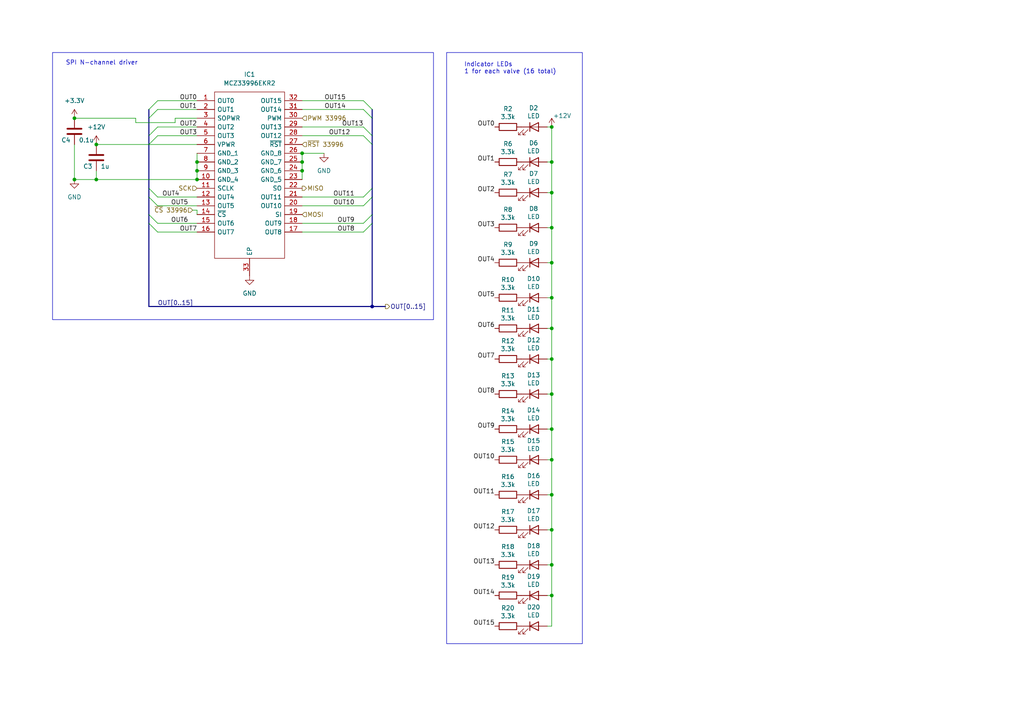
<source format=kicad_sch>
(kicad_sch (version 20230121) (generator eeschema)
  (paper "A4")
  (lib_symbols
    (symbol "Device:C" (pin_numbers hide) (pin_names (offset 0.254))
      (property "Reference" "C" (at 0.635 2.54 0))
      (property "Value" "C" (at 0.635 -2.54 0))
      (symbol "C_0_1"
        (polyline (pts (xy -2.032 -0.762) (xy 2.032 -0.762)) (stroke (width 0.508)))
        (polyline (pts (xy -2.032 0.762) (xy 2.032 0.762)) (stroke (width 0.508)))
      )
      (symbol "C_1_1"
        (pin passive line (at 0 3.81 270) (length 2.794) (name "~") (number "1"))
        (pin passive line (at 0 -3.81 90) (length 2.794) (name "~") (number "2"))
      )
    )
    (symbol "Device:LED" (pin_numbers hide) (pin_names (offset 1.016) hide)
      (property "Reference" "D" (at 0 2.54 0))
      (property "Value" "LED" (at 0 -2.54 0))
      (symbol "LED_0_1"
        (polyline (pts (xy -1.27 -1.27) (xy -1.27 1.27)) (stroke (width 0.254)))
        (polyline (pts (xy -1.27 0) (xy 1.27 0)))
        (polyline (pts (xy 1.27 -1.27) (xy 1.27 1.27) (xy -1.27 0) (xy 1.27 -1.27)) (stroke (width 0.254)))
        (polyline (pts (xy -3.048 -0.762) (xy -4.572 -2.286) (xy -3.81 -2.286) (xy -4.572 -2.286) (xy -4.572 -1.524)))
        (polyline (pts (xy -1.778 -0.762) (xy -3.302 -2.286) (xy -2.54 -2.286) (xy -3.302 -2.286) (xy -3.302 -1.524)))
      )
      (symbol "LED_1_1"
        (pin passive line (at -3.81 0 0) (length 2.54) (name "K") (number "1"))
        (pin passive line (at 3.81 0 180) (length 2.54) (name "A") (number "2"))
      )
    )
    (symbol "Device:R" (pin_numbers hide) (pin_names (offset 0))
      (property "Reference" "R" (at 2.032 0 90))
      (property "Value" "R" (at 0 0 90))
      (symbol "R_0_1"
        (rectangle (start -1.016 -2.54) (end 1.016 2.54) (stroke (width 0.254)))
      )
      (symbol "R_1_1"
        (pin passive line (at 0 3.81 270) (length 1.27) (name "~") (number "1"))
        (pin passive line (at 0 -3.81 90) (length 1.27) (name "~") (number "2"))
      )
    )
    (symbol "MCZ33996EKR2:MCZ33996EKR2" (pin_names (offset 0.762))
      (property "Reference" "IC" (at 26.67 7.62 0))
      (property "Value" "MCZ33996EKR2" (at 26.67 5.08 0))
      (symbol "MCZ33996EKR2_0_0"
        (pin passive line (at 0 0 0) (length 5.08) (name "OUT0") (number "1"))
        (pin passive line (at 0 -22.86 0) (length 5.08) (name "GND_4") (number "10"))
        (pin passive line (at 0 -25.4 0) (length 5.08) (name "SCLK") (number "11"))
        (pin passive line (at 0 -27.94 0) (length 5.08) (name "OUT4") (number "12"))
        (pin passive line (at 0 -30.48 0) (length 5.08) (name "OUT5") (number "13"))
        (pin passive line (at 0 -33.02 0) (length 5.08) (name "~{CS}") (number "14"))
        (pin passive line (at 0 -35.56 0) (length 5.08) (name "OUT6") (number "15"))
        (pin passive line (at 0 -38.1 0) (length 5.08) (name "OUT7") (number "16"))
        (pin passive line (at 30.48 -38.1 180) (length 5.08) (name "OUT8") (number "17"))
        (pin passive line (at 30.48 -35.56 180) (length 5.08) (name "OUT9") (number "18"))
        (pin passive line (at 30.48 -33.02 180) (length 5.08) (name "SI") (number "19"))
        (pin passive line (at 0 -2.54 0) (length 5.08) (name "OUT1") (number "2"))
        (pin passive line (at 30.48 -30.48 180) (length 5.08) (name "OUT10") (number "20"))
        (pin passive line (at 30.48 -27.94 180) (length 5.08) (name "OUT11") (number "21"))
        (pin passive line (at 30.48 -25.4 180) (length 5.08) (name "SO") (number "22"))
        (pin passive line (at 30.48 -22.86 180) (length 5.08) (name "GND_5") (number "23"))
        (pin passive line (at 30.48 -20.32 180) (length 5.08) (name "GND_6") (number "24"))
        (pin passive line (at 30.48 -17.78 180) (length 5.08) (name "GND_7") (number "25"))
        (pin passive line (at 30.48 -15.24 180) (length 5.08) (name "GND_8") (number "26"))
        (pin passive line (at 30.48 -12.7 180) (length 5.08) (name "~{RST}") (number "27"))
        (pin passive line (at 30.48 -10.16 180) (length 5.08) (name "OUT12") (number "28"))
        (pin passive line (at 30.48 -7.62 180) (length 5.08) (name "OUT13") (number "29"))
        (pin passive line (at 0 -5.08 0) (length 5.08) (name "SOPWR") (number "3"))
        (pin passive line (at 30.48 -5.08 180) (length 5.08) (name "PWM") (number "30"))
        (pin passive line (at 30.48 -2.54 180) (length 5.08) (name "OUT14") (number "31"))
        (pin passive line (at 30.48 0 180) (length 5.08) (name "OUT15") (number "32"))
        (pin passive line (at 15.24 -50.8 90) (length 5.08) (name "EP") (number "33"))
        (pin passive line (at 0 -7.62 0) (length 5.08) (name "OUT2") (number "4"))
        (pin passive line (at 0 -10.16 0) (length 5.08) (name "OUT3") (number "5"))
        (pin passive line (at 0 -12.7 0) (length 5.08) (name "VPWR") (number "6"))
        (pin passive line (at 0 -15.24 0) (length 5.08) (name "GND_1") (number "7"))
        (pin passive line (at 0 -17.78 0) (length 5.08) (name "GND_2") (number "8"))
        (pin passive line (at 0 -20.32 0) (length 5.08) (name "GND_3") (number "9"))
      )
      (symbol "MCZ33996EKR2_0_1"
        (polyline (pts (xy 5.08 2.54) (xy 25.4 2.54) (xy 25.4 -45.72) (xy 5.08 -45.72) (xy 5.08 2.54)) (stroke (width 0.1524)))
      )
    )
    (symbol "power:+12V" (power) (pin_names (offset 0))
      (property "Value" "+12V" (at 0 3.556 0))
      (symbol "+12V_0_1"
        (polyline (pts (xy -0.762 1.27) (xy 0 2.54)))
        (polyline (pts (xy 0 0) (xy 0 2.54)))
        (polyline (pts (xy 0 2.54) (xy 0.762 1.27)))
      )
      (symbol "+12V_1_1"
        (pin power_in line (at 0 0 90) (length 0) hide (name "+12V") (number "1"))
      )
    )
    (symbol "power:+3.3V" (power) (pin_names (offset 0))
      (property "Value" "+3.3V" (at 0 3.556 0))
      (symbol "+3.3V_0_1"
        (polyline (pts (xy -0.762 1.27) (xy 0 2.54)))
        (polyline (pts (xy 0 0) (xy 0 2.54)))
        (polyline (pts (xy 0 2.54) (xy 0.762 1.27)))
      )
      (symbol "+3.3V_1_1"
        (pin power_in line (at 0 0 90) (length 0) hide (name "+3.3V") (number "1"))
      )
    )
    (symbol "power:GND" (power) (pin_names (offset 0))
      (property "Value" "GND" (at 0 -3.81 0))
      (symbol "GND_0_1"
        (polyline (pts (xy 0 0) (xy 0 -1.27) (xy 1.27 -1.27) (xy 0 -2.54) (xy -1.27 -1.27) (xy 0 -1.27)))
      )
      (symbol "GND_1_1"
        (pin power_in line (at 0 0 270) (length 0) hide (name "GND") (number "1"))
      )
    )
  )
  (junction (at 160.02 36.83))
  (junction (at 160.02 114.3))
  (junction (at 21.59 34.29))
  (junction (at 57.15 49.53))
  (junction (at 21.59 52.07))
  (junction (at 87.63 44.45))
  (junction (at 160.02 66.04))
  (junction (at 57.15 52.07))
  (junction (at 160.02 124.46))
  (junction (at 87.63 46.99))
  (junction (at 160.02 104.14))
  (junction (at 160.02 172.72))
  (junction (at 160.02 133.35))
  (junction (at 160.02 95.25))
  (junction (at 160.02 143.51))
  (junction (at 27.94 41.91))
  (junction (at 27.94 52.07))
  (junction (at 57.15 46.99))
  (junction (at 160.02 46.99))
  (junction (at 160.02 163.83))
  (junction (at 160.02 86.36))
  (junction (at 160.02 153.67))
  (junction (at 87.63 49.53))
  (junction (at 160.02 76.2))
  (junction (at 160.02 55.88))
  (junction (at 107.95 88.9))
  (bus_entry (at 43.18 41.91) (size 2.54 -2.54))
  (bus_entry (at 107.95 64.77) (size -2.54 2.54))
  (bus_entry (at 107.95 57.15) (size -2.54 2.54))
  (bus_entry (at 43.18 54.61) (size 2.54 2.54))
  (bus_entry (at 107.95 62.23) (size -2.54 2.54))
  (bus_entry (at 43.18 34.29) (size 2.54 -2.54))
  (bus_entry (at 43.18 39.37) (size 2.54 -2.54))
  (bus_entry (at 107.95 54.61) (size -2.54 2.54))
  (bus_entry (at 107.95 34.29) (size -2.54 -2.54))
  (bus_entry (at 107.95 39.37) (size -2.54 -2.54))
  (bus_entry (at 107.95 31.75) (size -2.54 -2.54))
  (bus_entry (at 43.18 64.77) (size 2.54 2.54))
  (bus_entry (at 43.18 31.75) (size 2.54 -2.54))
  (bus_entry (at 107.95 41.91) (size -2.54 -2.54))
  (bus_entry (at 43.18 57.15) (size 2.54 2.54))
  (bus_entry (at 43.18 62.23) (size 2.54 2.54))
  (wire (pts (xy 160.02 55.88) (xy 160.02 66.04)))
  (bus (pts (xy 107.95 34.29) (xy 107.95 39.37)))
  (wire (pts (xy 160.02 163.83) (xy 158.75 163.83)))
  (bus (pts (xy 107.95 88.9) (xy 107.95 64.77)))
  (bus (pts (xy 107.95 62.23) (xy 107.95 64.77)))
  (wire (pts (xy 160.02 172.72) (xy 158.75 172.72)))
  (wire (pts (xy 160.02 133.35) (xy 160.02 143.51)))
  (wire (pts (xy 21.59 52.07) (xy 27.94 52.07)))
  (wire (pts (xy 27.94 52.07) (xy 57.15 52.07)))
  (wire (pts (xy 87.63 64.77) (xy 105.41 64.77)))
  (wire (pts (xy 87.63 36.83) (xy 105.41 36.83)))
  (wire (pts (xy 160.02 95.25) (xy 160.02 104.14)))
  (wire (pts (xy 160.02 153.67) (xy 160.02 163.83)))
  (wire (pts (xy 57.15 60.96) (xy 57.15 62.23)))
  (bus (pts (xy 43.18 54.61) (xy 43.18 57.15)))
  (wire (pts (xy 45.72 67.31) (xy 57.15 67.31)))
  (wire (pts (xy 39.37 35.56) (xy 50.8 35.56)))
  (wire (pts (xy 87.63 44.45) (xy 87.63 46.99)))
  (wire (pts (xy 160.02 181.61) (xy 158.75 181.61)))
  (wire (pts (xy 160.02 143.51) (xy 158.75 143.51)))
  (wire (pts (xy 27.94 49.53) (xy 27.94 52.07)))
  (wire (pts (xy 39.37 34.29) (xy 21.59 34.29)))
  (wire (pts (xy 39.37 35.56) (xy 39.37 34.29)))
  (bus (pts (xy 43.18 62.23) (xy 43.18 64.77)))
  (wire (pts (xy 45.72 29.21) (xy 57.15 29.21)))
  (bus (pts (xy 43.18 31.75) (xy 43.18 34.29)))
  (wire (pts (xy 87.63 44.45) (xy 93.98 44.45)))
  (wire (pts (xy 57.15 52.07) (xy 57.15 49.53)))
  (wire (pts (xy 160.02 143.51) (xy 160.02 153.67)))
  (wire (pts (xy 160.02 36.83) (xy 160.02 46.99)))
  (bus (pts (xy 43.18 64.77) (xy 43.18 88.9)))
  (wire (pts (xy 160.02 55.88) (xy 158.75 55.88)))
  (wire (pts (xy 45.72 31.75) (xy 57.15 31.75)))
  (wire (pts (xy 160.02 46.99) (xy 160.02 55.88)))
  (wire (pts (xy 87.63 57.15) (xy 105.41 57.15)))
  (wire (pts (xy 160.02 104.14) (xy 158.75 104.14)))
  (wire (pts (xy 160.02 36.83) (xy 158.75 36.83)))
  (wire (pts (xy 160.02 66.04) (xy 158.75 66.04)))
  (wire (pts (xy 57.15 49.53) (xy 57.15 46.99)))
  (wire (pts (xy 160.02 163.83) (xy 160.02 172.72)))
  (bus (pts (xy 107.95 41.91) (xy 107.95 54.61)))
  (wire (pts (xy 160.02 104.14) (xy 160.02 114.3)))
  (bus (pts (xy 107.95 57.15) (xy 107.95 62.23)))
  (wire (pts (xy 57.15 60.96) (xy 55.88 60.96)))
  (wire (pts (xy 160.02 66.04) (xy 160.02 76.2)))
  (wire (pts (xy 87.63 49.53) (xy 87.63 52.07)))
  (bus (pts (xy 107.95 39.37) (xy 107.95 41.91)))
  (wire (pts (xy 45.72 39.37) (xy 57.15 39.37)))
  (bus (pts (xy 107.95 54.61) (xy 107.95 57.15)))
  (wire (pts (xy 43.18 41.91) (xy 57.15 41.91)))
  (bus (pts (xy 43.18 41.91) (xy 43.18 54.61)))
  (wire (pts (xy 21.59 41.91) (xy 21.59 52.07)))
  (wire (pts (xy 50.8 35.56) (xy 50.8 34.29)))
  (wire (pts (xy 45.72 64.77) (xy 57.15 64.77)))
  (wire (pts (xy 160.02 172.72) (xy 160.02 181.61)))
  (wire (pts (xy 87.63 59.69) (xy 105.41 59.69)))
  (wire (pts (xy 57.15 46.99) (xy 57.15 44.45)))
  (wire (pts (xy 87.63 29.21) (xy 105.41 29.21)))
  (wire (pts (xy 50.8 34.29) (xy 57.15 34.29)))
  (wire (pts (xy 160.02 76.2) (xy 160.02 86.36)))
  (wire (pts (xy 87.63 31.75) (xy 105.41 31.75)))
  (wire (pts (xy 160.02 46.99) (xy 158.75 46.99)))
  (wire (pts (xy 160.02 133.35) (xy 158.75 133.35)))
  (wire (pts (xy 87.63 46.99) (xy 87.63 49.53)))
  (wire (pts (xy 45.72 59.69) (xy 57.15 59.69)))
  (wire (pts (xy 160.02 153.67) (xy 158.75 153.67)))
  (bus (pts (xy 107.95 31.75) (xy 107.95 34.29)))
  (wire (pts (xy 160.02 114.3) (xy 160.02 124.46)))
  (wire (pts (xy 160.02 114.3) (xy 158.75 114.3)))
  (wire (pts (xy 160.02 95.25) (xy 158.75 95.25)))
  (wire (pts (xy 45.72 57.15) (xy 57.15 57.15)))
  (bus (pts (xy 43.18 34.29) (xy 43.18 39.37)))
  (wire (pts (xy 27.94 41.91) (xy 43.18 41.91)))
  (wire (pts (xy 160.02 86.36) (xy 160.02 95.25)))
  (wire (pts (xy 45.72 36.83) (xy 57.15 36.83)))
  (wire (pts (xy 160.02 86.36) (xy 158.75 86.36)))
  (wire (pts (xy 160.02 124.46) (xy 158.75 124.46)))
  (bus (pts (xy 43.18 57.15) (xy 43.18 62.23)))
  (bus (pts (xy 43.18 39.37) (xy 43.18 41.91)))
  (wire (pts (xy 87.63 39.37) (xy 105.41 39.37)))
  (bus (pts (xy 111.76 88.9) (xy 107.95 88.9)))
  (bus (pts (xy 43.18 88.9) (xy 107.95 88.9)))
  (wire (pts (xy 87.63 67.31) (xy 105.41 67.31)))
  (wire (pts (xy 160.02 124.46) (xy 160.02 133.35)))
  (wire (pts (xy 160.02 76.2) (xy 158.75 76.2)))
  (rectangle (start 15.24 15.24) (end 125.73 92.71))
  (rectangle (start 129.54 15.24) (end 168.91 186.69))
  (text "SPI N-channel driver" (at 19.05 19.05 0) (effects (font (size 1.27 1.27)) (justify left bottom)))
  (text "Indicator LEDs\n1 for each valve (16 total)" (at 134.62 21.59 0) (effects (font (size 1.27 1.27)) (justify left bottom)))
  (label "OUT15" (at 100.33 29.21 180))
  (label "OUT9" (at 102.87 64.77 180))
  (label "OUT12" (at 143.51 153.67 180))
  (label "OUT15" (at 143.51 181.61 180))
  (label "OUT7" (at 57.15 67.31 180))
  (label "OUT13" (at 105.41 36.83 180))
  (label "OUT11" (at 102.87 57.15 180))
  (label "OUT10" (at 102.87 59.69 180))
  (label "OUT2" (at 57.15 36.83 180))
  (label "OUT6" (at 54.61 64.77 180))
  (label "OUT[0..15]" (at 45.72 88.9 0))
  (label "OUT14" (at 100.33 31.75 180))
  (label "OUT12" (at 101.6 39.37 180))
  (label "OUT6" (at 143.51 95.25 180))
  (label "OUT3" (at 57.15 39.37 180))
  (label "OUT9" (at 143.51 124.46 180))
  (label "OUT10" (at 143.51 133.35 180))
  (label "OUT7" (at 143.51 104.14 180))
  (label "OUT1" (at 57.15 31.75 180))
  (label "OUT8" (at 102.87 67.31 180))
  (label "OUT1" (at 143.51 46.99 180))
  (label "OUT13" (at 143.51 163.83 180))
  (label "OUT4" (at 143.51 76.2 180))
  (label "OUT2" (at 143.51 55.88 180))
  (label "OUT4" (at 52.07 57.15 180))
  (label "OUT11" (at 143.51 143.51 180))
  (label "OUT5" (at 54.61 59.69 180))
  (label "OUT8" (at 143.51 114.3 180))
  (label "OUT14" (at 143.51 172.72 180))
  (label "OUT0" (at 143.51 36.83 180))
  (label "OUT3" (at 143.51 66.04 180))
  (label "OUT5" (at 143.51 86.36 180))
  (label "OUT0" (at 57.15 29.21 180))
  (hierarchical_label "~{RST} 33996" (shape input) (at 87.63 41.91 0))
  (hierarchical_label "MISO" (shape output) (at 87.63 54.61 0))
  (hierarchical_label "MOSI" (shape input) (at 87.63 62.23 0))
  (hierarchical_label "~{CS} 33996" (shape input) (at 55.88 60.96 180))
  (hierarchical_label "PWM 33996" (shape input) (at 87.63 34.29 0))
  (hierarchical_label "SCK" (shape input) (at 57.15 54.61 180))
  (hierarchical_label "OUT[0..15]" (shape output) (at 111.76 88.9 0))
  (symbol (lib_id "Device:LED") (at 154.94 55.88 0) (unit 1)
    (property "Reference" "D7" (at 154.7622 50.3682 0))
    (property "Value" "LED" (at 154.7622 52.6796 0))
    (property "Footprint" "LED_SMD:LED_0603_1608Metric_Pad1.05x0.95mm_HandSolder" (effects hide))
    (property "LCSC Part #" "C72038" (effects hide))
    (property "Manufacturer_Part_Number" "LO Q976-PS-25-0-20-R18" (effects hide))
    (instances (project "fluidics-v2" (path "" (reference "D7") (unit 1))) (project "fluidics - standalone" (path "" (reference "D22") (unit 1))))
  )
  (symbol (lib_id "Device:LED") (at 154.94 133.35 0) (unit 1)
    (property "Reference" "D15" (at 154.7622 127.8382 0))
    (property "Value" "LED" (at 154.7622 130.1496 0))
    (property "Footprint" "LED_SMD:LED_0603_1608Metric_Pad1.05x0.95mm_HandSolder" (effects hide))
    (property "LCSC Part #" "C72038" (effects hide))
    (property "Manufacturer_Part_Number" "LO Q976-PS-25-0-20-R18" (effects hide))
    (instances (project "fluidics-v2" (path "" (reference "D15") (unit 1))) (project "fluidics - standalone" (path "" (reference "D30") (unit 1))))
  )
  (symbol (lib_id "Device:LED") (at 154.94 143.51 0) (unit 1)
    (property "Reference" "D16" (at 154.7622 137.9982 0))
    (property "Value" "LED" (at 154.7622 140.3096 0))
    (property "Footprint" "LED_SMD:LED_0603_1608Metric_Pad1.05x0.95mm_HandSolder" (effects hide))
    (property "LCSC Part #" "C72038" (effects hide))
    (property "Manufacturer_Part_Number" "LO Q976-PS-25-0-20-R18" (effects hide))
    (instances (project "fluidics-v2" (path "" (reference "D16") (unit 1))) (project "fluidics - standalone" (path "" (reference "D31") (unit 1))))
  )
  (symbol (lib_id "Device:R") (at 147.32 143.51 90) (unit 1)
    (property "Reference" "R16" (at 147.32 138.2522 90))
    (property "Value" "3.3k" (at 147.32 140.5636 90))
    (property "Footprint" "Resistor_SMD:R_0402_1005Metric_Pad0.72x0.64mm_HandSolder" (effects hide))
    (property "Manufacturer_Part_Number" "RC0402FR-073K3L" (effects hide))
    (instances (project "fluidics-v2" (path "" (reference "R16") (unit 1))) (project "fluidics - standalone" (path "" (reference "R74") (unit 1))))
  )
  (symbol (lib_id "Device:LED") (at 154.94 163.83 0) (unit 1)
    (property "Reference" "D18" (at 154.7622 158.3182 0))
    (property "Value" "LED" (at 154.7622 160.6296 0))
    (property "Footprint" "LED_SMD:LED_0603_1608Metric_Pad1.05x0.95mm_HandSolder" (effects hide))
    (property "LCSC Part #" "C72038" (effects hide))
    (property "Manufacturer_Part_Number" "LO Q976-PS-25-0-20-R18" (effects hide))
    (instances (project "fluidics-v2" (path "" (reference "D18") (unit 1))) (project "fluidics - standalone" (path "" (reference "D33") (unit 1))))
  )
  (symbol (lib_id "Device:R") (at 147.32 114.3 90) (unit 1)
    (property "Reference" "R13" (at 147.32 109.0422 90))
    (property "Value" "3.3k" (at 147.32 111.3536 90))
    (property "Footprint" "Resistor_SMD:R_0402_1005Metric_Pad0.72x0.64mm_HandSolder" (effects hide))
    (property "Manufacturer_Part_Number" "RC0402FR-073K3L" (effects hide))
    (instances (project "fluidics-v2" (path "" (reference "R13") (unit 1))) (project "fluidics - standalone" (path "" (reference "R71") (unit 1))))
  )
  (symbol (lib_id "Device:R") (at 147.32 76.2 90) (unit 1)
    (property "Reference" "R9" (at 147.32 70.9422 90))
    (property "Value" "3.3k" (at 147.32 73.2536 90))
    (property "Footprint" "Resistor_SMD:R_0402_1005Metric_Pad0.72x0.64mm_HandSolder" (effects hide))
    (property "Manufacturer_Part_Number" "RC0402FR-073K3L" (effects hide))
    (instances (project "fluidics-v2" (path "" (reference "R9") (unit 1))) (project "fluidics - standalone" (path "" (reference "R67") (unit 1))))
  )
  (symbol (lib_id "Device:LED") (at 154.94 181.61 0) (unit 1)
    (property "Reference" "D20" (at 154.7622 176.0982 0))
    (property "Value" "LED" (at 154.7622 178.4096 0))
    (property "Footprint" "LED_SMD:LED_0603_1608Metric_Pad1.05x0.95mm_HandSolder" (effects hide))
    (property "LCSC Part #" "C72038" (effects hide))
    (property "Manufacturer_Part_Number" "LO Q976-PS-25-0-20-R18" (effects hide))
    (instances (project "fluidics-v2" (path "" (reference "D20") (unit 1))) (project "fluidics - standalone" (path "" (reference "D35") (unit 1))))
  )
  (symbol (lib_id "Device:LED") (at 154.94 124.46 0) (unit 1)
    (property "Reference" "D14" (at 154.7622 118.9482 0))
    (property "Value" "LED" (at 154.7622 121.2596 0))
    (property "Footprint" "LED_SMD:LED_0603_1608Metric_Pad1.05x0.95mm_HandSolder" (effects hide))
    (property "LCSC Part #" "C72038" (effects hide))
    (property "Manufacturer_Part_Number" "LO Q976-PS-25-0-20-R18" (effects hide))
    (instances (project "fluidics-v2" (path "" (reference "D14") (unit 1))) (project "fluidics - standalone" (path "" (reference "D29") (unit 1))))
  )
  (symbol (lib_id "power:GND") (at 72.39 80.01 0) (unit 1)
    (property "Reference" "#PWR048" (effects hide))
    (property "Value" "GND" (at 72.39 85.09 0))
  )
  (symbol (lib_id "Device:R") (at 147.32 133.35 90) (unit 1)
    (property "Reference" "R15" (at 147.32 128.0922 90))
    (property "Value" "3.3k" (at 147.32 130.4036 90))
    (property "Footprint" "Resistor_SMD:R_0402_1005Metric_Pad0.72x0.64mm_HandSolder" (effects hide))
    (property "Manufacturer_Part_Number" "RC0402FR-073K3L" (effects hide))
    (instances (project "fluidics-v2" (path "" (reference "R15") (unit 1))) (project "fluidics - standalone" (path "" (reference "R73") (unit 1))))
  )
  (symbol (lib_id "Device:LED") (at 154.94 114.3 0) (unit 1)
    (property "Reference" "D13" (at 154.7622 108.7882 0))
    (property "Value" "LED" (at 154.7622 111.0996 0))
    (property "Footprint" "LED_SMD:LED_0603_1608Metric_Pad1.05x0.95mm_HandSolder" (effects hide))
    (property "LCSC Part #" "C72038" (effects hide))
    (property "Manufacturer_Part_Number" "LO Q976-PS-25-0-20-R18" (effects hide))
    (instances (project "fluidics-v2" (path "" (reference "D13") (unit 1))) (project "fluidics - standalone" (path "" (reference "D28") (unit 1))))
  )
  (symbol (lib_id "Device:C") (at 27.94 45.72 0) (unit 1)
    (property "Reference" "C3" (at 24.13 48.26 0) (effects (justify left)))
    (property "Value" "1u" (at 29.21 48.26 0) (effects (justify left)))
    (property "Footprint" "Capacitor_SMD:C_0603_1608Metric" (effects hide))
  )
  (symbol (lib_id "power:+3.3V") (at 21.59 34.29 0) (unit 1)
    (property "Reference" "#PWR058" (effects hide))
    (property "Value" "+3.3V" (at 21.59 29.21 0))
  )
  (symbol (lib_id "Device:R") (at 147.32 95.25 90) (unit 1)
    (property "Reference" "R11" (at 147.32 89.9922 90))
    (property "Value" "3.3k" (at 147.32 92.3036 90))
    (property "Footprint" "Resistor_SMD:R_0402_1005Metric_Pad0.72x0.64mm_HandSolder" (effects hide))
    (property "Manufacturer_Part_Number" "RC0402FR-073K3L" (effects hide))
    (instances (project "fluidics-v2" (path "" (reference "R11") (unit 1))) (project "fluidics - standalone" (path "" (reference "R69") (unit 1))))
  )
  (symbol (lib_id "Device:C") (at 21.59 38.1 0) (unit 1)
    (property "Reference" "C4" (at 17.78 40.64 0) (effects (justify left)))
    (property "Value" "0.1u" (at 22.86 40.64 0) (effects (justify left)))
    (property "Footprint" "Capacitor_SMD:C_0603_1608Metric" (effects hide))
  )
  (symbol (lib_id "power:GND") (at 93.98 44.45 0) (unit 1)
    (property "Reference" "#PWR055" (effects hide))
    (property "Value" "GND" (at 93.98 49.53 0))
  )
  (symbol (lib_id "Device:R") (at 147.32 46.99 90) (unit 1)
    (property "Reference" "R6" (at 147.32 41.7322 90))
    (property "Value" "3.3k" (at 147.32 44.0436 90))
    (property "Footprint" "Resistor_SMD:R_0402_1005Metric_Pad0.72x0.64mm_HandSolder" (effects hide))
    (property "Manufacturer_Part_Number" "RC0402FR-073K3L" (effects hide))
    (instances (project "fluidics-v2" (path "" (reference "R6") (unit 1))) (project "fluidics - standalone" (path "" (reference "R64") (unit 1))))
  )
  (symbol (lib_id "power:+12V") (at 27.94 41.91 0) (unit 1)
    (property "Reference" "#PWR057" (effects hide))
    (property "Value" "+12V" (at 27.94 36.83 0))
  )
  (symbol (lib_id "Device:LED") (at 154.94 153.67 0) (unit 1)
    (property "Reference" "D17" (at 154.7622 148.1582 0))
    (property "Value" "LED" (at 154.7622 150.4696 0))
    (property "Footprint" "LED_SMD:LED_0603_1608Metric_Pad1.05x0.95mm_HandSolder" (effects hide))
    (property "LCSC Part #" "C72038" (effects hide))
    (property "Manufacturer_Part_Number" "LO Q976-PS-25-0-20-R18" (effects hide))
    (instances (project "fluidics-v2" (path "" (reference "D17") (unit 1))) (project "fluidics - standalone" (path "" (reference "D32") (unit 1))))
  )
  (symbol (lib_id "Device:R") (at 147.32 66.04 90) (unit 1)
    (property "Reference" "R8" (at 147.32 60.7822 90))
    (property "Value" "3.3k" (at 147.32 63.0936 90))
    (property "Footprint" "Resistor_SMD:R_0402_1005Metric_Pad0.72x0.64mm_HandSolder" (effects hide))
    (property "Manufacturer_Part_Number" "RC0402FR-073K3L" (effects hide))
    (instances (project "fluidics-v2" (path "" (reference "R8") (unit 1))) (project "fluidics - standalone" (path "" (reference "R66") (unit 1))))
  )
  (symbol (lib_id "Device:LED") (at 154.94 46.99 0) (unit 1)
    (property "Reference" "D6" (at 154.7622 41.4782 0))
    (property "Value" "LED" (at 154.7622 43.7896 0))
    (property "Footprint" "LED_SMD:LED_0603_1608Metric_Pad1.05x0.95mm_HandSolder" (effects hide))
    (property "LCSC Part #" "C72038" (effects hide))
    (property "Manufacturer_Part_Number" "LO Q976-PS-25-0-20-R18" (effects hide))
    (instances (project "fluidics-v2" (path "" (reference "D6") (unit 1))) (project "fluidics - standalone" (path "" (reference "D21") (unit 1))))
  )
  (symbol (lib_id "Device:LED") (at 154.94 104.14 0) (unit 1)
    (property "Reference" "D12" (at 154.7622 98.6282 0))
    (property "Value" "LED" (at 154.7622 100.9396 0))
    (property "Footprint" "LED_SMD:LED_0603_1608Metric_Pad1.05x0.95mm_HandSolder" (effects hide))
    (property "LCSC Part #" "C72038" (effects hide))
    (property "Manufacturer_Part_Number" "LO Q976-PS-25-0-20-R18" (effects hide))
    (instances (project "fluidics-v2" (path "" (reference "D12") (unit 1))) (project "fluidics - standalone" (path "" (reference "D27") (unit 1))))
  )
  (symbol (lib_id "Device:R") (at 147.32 36.83 90) (unit 1)
    (property "Reference" "R2" (at 147.32 31.5722 90))
    (property "Value" "3.3k" (at 147.32 33.8836 90))
    (property "Footprint" "Resistor_SMD:R_0402_1005Metric_Pad0.72x0.64mm_HandSolder" (effects hide))
    (property "Manufacturer_Part_Number" "RC0402FR-073K3L" (effects hide))
    (instances (project "fluidics-v2" (path "" (reference "R2") (unit 1))) (project "fluidics - standalone" (path "" (reference "R63") (unit 1))))
  )
  (symbol (lib_id "Device:R") (at 147.32 163.83 90) (unit 1)
    (property "Reference" "R18" (at 147.32 158.5722 90))
    (property "Value" "3.3k" (at 147.32 160.8836 90))
    (property "Footprint" "Resistor_SMD:R_0402_1005Metric_Pad0.72x0.64mm_HandSolder" (effects hide))
    (property "Manufacturer_Part_Number" "RC0402FR-073K3L" (effects hide))
    (instances (project "fluidics-v2" (path "" (reference "R18") (unit 1))) (project "fluidics - standalone" (path "" (reference "R76") (unit 1))))
  )
  (symbol (lib_id "Device:R") (at 147.32 153.67 90) (unit 1)
    (property "Reference" "R17" (at 147.32 148.4122 90))
    (property "Value" "3.3k" (at 147.32 150.7236 90))
    (property "Footprint" "Resistor_SMD:R_0402_1005Metric_Pad0.72x0.64mm_HandSolder" (effects hide))
    (property "Manufacturer_Part_Number" "RC0402FR-073K3L" (effects hide))
    (instances (project "fluidics-v2" (path "" (reference "R17") (unit 1))) (project "fluidics - standalone" (path "" (reference "R75") (unit 1))))
  )
  (symbol (lib_id "power:+12V") (at 160.02 36.83 0) (unit 1)
    (property "Reference" "#PWR059" (effects hide))
    (property "Value" "+12V" (at 160.401 33.5788 0) (effects (justify left)))
    (instances (project "fluidics-v2" (path "" (reference "#PWR059") (unit 1))) (project "fluidics - standalone" (path "" (reference "#PWR0217") (unit 1))))
  )
  (symbol (lib_id "Device:LED") (at 154.94 66.04 0) (unit 1)
    (property "Reference" "D8" (at 154.7622 60.5282 0))
    (property "Value" "LED" (at 154.7622 62.8396 0))
    (property "Footprint" "LED_SMD:LED_0603_1608Metric_Pad1.05x0.95mm_HandSolder" (effects hide))
    (property "LCSC Part #" "C72038" (effects hide))
    (property "Manufacturer_Part_Number" "LO Q976-PS-25-0-20-R18" (effects hide))
    (instances (project "fluidics-v2" (path "" (reference "D8") (unit 1))) (project "fluidics - standalone" (path "" (reference "D23") (unit 1))))
  )
  (symbol (lib_id "Device:LED") (at 154.94 172.72 0) (unit 1)
    (property "Reference" "D19" (at 154.7622 167.2082 0))
    (property "Value" "LED" (at 154.7622 169.5196 0))
    (property "Footprint" "LED_SMD:LED_0603_1608Metric_Pad1.05x0.95mm_HandSolder" (effects hide))
    (property "LCSC Part #" "C72038" (effects hide))
    (property "Manufacturer_Part_Number" "LO Q976-PS-25-0-20-R18" (effects hide))
    (instances (project "fluidics-v2" (path "" (reference "D19") (unit 1))) (project "fluidics - standalone" (path "" (reference "D34") (unit 1))))
  )
  (symbol (lib_id "Device:R") (at 147.32 181.61 90) (unit 1)
    (property "Reference" "R20" (at 147.32 176.3522 90))
    (property "Value" "3.3k" (at 147.32 178.6636 90))
    (property "Footprint" "Resistor_SMD:R_0402_1005Metric_Pad0.72x0.64mm_HandSolder" (effects hide))
    (property "Manufacturer_Part_Number" "RC0402FR-073K3L" (effects hide))
    (instances (project "fluidics-v2" (path "" (reference "R20") (unit 1))) (project "fluidics - standalone" (path "" (reference "R78") (unit 1))))
  )
  (symbol (lib_id "Device:LED") (at 154.94 76.2 0) (unit 1)
    (property "Reference" "D9" (at 154.7622 70.6882 0))
    (property "Value" "LED" (at 154.7622 72.9996 0))
    (property "Footprint" "LED_SMD:LED_0603_1608Metric_Pad1.05x0.95mm_HandSolder" (effects hide))
    (property "LCSC Part #" "C72038" (effects hide))
    (property "Manufacturer_Part_Number" "LO Q976-PS-25-0-20-R18" (effects hide))
    (instances (project "fluidics-v2" (path "" (reference "D9") (unit 1))) (project "fluidics - standalone" (path "" (reference "D24") (unit 1))))
  )
  (symbol (lib_id "Device:R") (at 147.32 172.72 90) (unit 1)
    (property "Reference" "R19" (at 147.32 167.4622 90))
    (property "Value" "3.3k" (at 147.32 169.7736 90))
    (property "Footprint" "Resistor_SMD:R_0402_1005Metric_Pad0.72x0.64mm_HandSolder" (effects hide))
    (property "Manufacturer_Part_Number" "RC0402FR-073K3L" (effects hide))
    (instances (project "fluidics-v2" (path "" (reference "R19") (unit 1))) (project "fluidics - standalone" (path "" (reference "R77") (unit 1))))
  )
  (symbol (lib_id "Device:R") (at 147.32 55.88 90) (unit 1)
    (property "Reference" "R7" (at 147.32 50.6222 90))
    (property "Value" "3.3k" (at 147.32 52.9336 90))
    (property "Footprint" "Resistor_SMD:R_0402_1005Metric_Pad0.72x0.64mm_HandSolder" (effects hide))
    (property "Manufacturer_Part_Number" "RC0402FR-073K3L" (effects hide))
    (instances (project "fluidics-v2" (path "" (reference "R7") (unit 1))) (project "fluidics - standalone" (path "" (reference "R65") (unit 1))))
  )
  (symbol (lib_id "power:GND") (at 21.59 52.07 0) (unit 1)
    (property "Reference" "#PWR056" (effects hide))
    (property "Value" "GND" (at 21.59 57.15 0))
  )
  (symbol (lib_id "Device:R") (at 147.32 86.36 90) (unit 1)
    (property "Reference" "R10" (at 147.32 81.1022 90))
    (property "Value" "3.3k" (at 147.32 83.4136 90))
    (property "Footprint" "Resistor_SMD:R_0402_1005Metric_Pad0.72x0.64mm_HandSolder" (effects hide))
    (property "Manufacturer_Part_Number" "RC0402FR-073K3L" (effects hide))
    (instances (project "fluidics-v2" (path "" (reference "R10") (unit 1))) (project "fluidics - standalone" (path "" (reference "R68") (unit 1))))
  )
  (symbol (lib_id "Device:LED") (at 154.94 95.25 0) (unit 1)
    (property "Reference" "D11" (at 154.7622 89.7382 0))
    (property "Value" "LED" (at 154.7622 92.0496 0))
    (property "Footprint" "LED_SMD:LED_0603_1608Metric_Pad1.05x0.95mm_HandSolder" (effects hide))
    (property "LCSC Part #" "C72038" (effects hide))
    (property "Manufacturer_Part_Number" "LO Q976-PS-25-0-20-R18" (effects hide))
    (instances (project "fluidics-v2" (path "" (reference "D11") (unit 1))) (project "fluidics - standalone" (path "" (reference "D26") (unit 1))))
  )
  (symbol (lib_id "Device:LED") (at 154.94 86.36 0) (unit 1)
    (property "Reference" "D10" (at 154.7622 80.8482 0))
    (property "Value" "LED" (at 154.7622 83.1596 0))
    (property "Footprint" "LED_SMD:LED_0603_1608Metric_Pad1.05x0.95mm_HandSolder" (effects hide))
    (property "LCSC Part #" "C72038" (effects hide))
    (property "Manufacturer_Part_Number" "LO Q976-PS-25-0-20-R18" (effects hide))
    (instances (project "fluidics-v2" (path "" (reference "D10") (unit 1))) (project "fluidics - standalone" (path "" (reference "D25") (unit 1))))
  )
  (symbol (lib_id "Device:R") (at 147.32 104.14 90) (unit 1)
    (property "Reference" "R12" (at 147.32 98.8822 90))
    (property "Value" "3.3k" (at 147.32 101.1936 90))
    (property "Footprint" "Resistor_SMD:R_0402_1005Metric_Pad0.72x0.64mm_HandSolder" (effects hide))
    (property "Manufacturer_Part_Number" "RC0402FR-073K3L" (effects hide))
    (instances (project "fluidics-v2" (path "" (reference "R12") (unit 1))) (project "fluidics - standalone" (path "" (reference "R70") (unit 1))))
  )
  (symbol (lib_id "Device:R") (at 147.32 124.46 90) (unit 1)
    (property "Reference" "R14" (at 147.32 119.2022 90))
    (property "Value" "3.3k" (at 147.32 121.5136 90))
    (property "Footprint" "Resistor_SMD:R_0402_1005Metric_Pad0.72x0.64mm_HandSolder" (effects hide))
    (property "Manufacturer_Part_Number" "RC0402FR-073K3L" (effects hide))
    (instances (project "fluidics-v2" (path "" (reference "R14") (unit 1))) (project "fluidics - standalone" (path "" (reference "R72") (unit 1))))
  )
  (symbol (lib_id "MCZ33996EKR2:MCZ33996EKR2") (at 57.15 29.21 0) (unit 1)
    (property "Reference" "IC1" (at 72.39 21.59 0))
    (property "Value" "MCZ33996EKR2" (at 72.39 24.13 0))
    (property "Footprint" "NXP:SOP65P1030X265-33N" (effects hide))
    (property "Datasheet" "http://www.nxp.com/docs/en/data-sheet/MC33996.pdf" (effects hide))
    (property "Description" "Power Switch ICs - Power Distribution 16 LOW SIDE SW 1.20HM" (effects hide))
    (property "Height" "2.65" (effects hide))
    (property "Manufacturer_Name" "NXP" (effects hide))
    (property "Manufacturer_Part_Number" "MCZ33996EKR2" (effects hide))
    (property "Mouser Part Number" "841-MCZ33996EKR2" (effects hide))
    (property "Mouser Price/Stock" "https://www.mouser.co.uk/ProductDetail/NXP-Semiconductors/MCZ33996EKR2/?qs=YvTEJ%2FLhu6XMOb1dqviGEA%3D%3D" (effects hide))
    (property "Arrow Part Number" "MCZ33996EKR2" (effects hide))
    (property "Arrow Price/Stock" "https://www.arrow.com/en/products/mcz33996ekr2/nxp-semiconductors" (effects hide))
  )
  (symbol (lib_id "Device:LED") (at 154.94 36.83 0) (unit 1)
    (property "Reference" "D2" (at 154.7622 31.3182 0))
    (property "Value" "LED" (at 154.7622 33.6296 0))
    (property "Footprint" "LED_SMD:LED_0603_1608Metric_Pad1.05x0.95mm_HandSolder" (effects hide))
    (property "LCSC Part #" "C72038" (effects hide))
    (property "Manufacturer_Part_Number" "LO Q976-PS-25-0-20-R18" (effects hide))
    (instances (project "fluidics-v2" (path "" (reference "D2") (unit 1))) (project "fluidics - standalone" (path "" (reference "D20") (unit 1))))
  )
)
</source>
